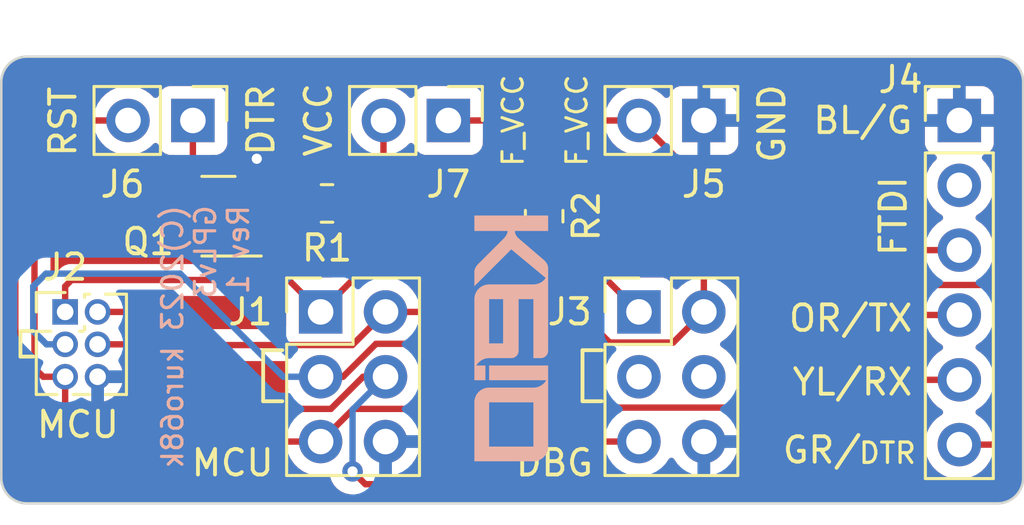
<source format=kicad_pcb>
(kicad_pcb (version 20221018) (generator pcbnew)
  (title_block (title "PDI/FTDI Debug Adapter") (rev "1") (comment 1 "(C) 2023 kuro68k") (comment 2 "Licence: GPLv3"))
  (layers (0 "F.Cu" signal) (31 "B.Cu" signal) (34 "B.Paste" user) (35 "F.Paste" user) (36 "B.SilkS" user "B.Silkscreen") (37 "F.SilkS" user "F.Silkscreen") (38 "B.Mask" user) (39 "F.Mask" user) (44 "Edge.Cuts" user))
  (net 0 "")
  (net 1 "/PDI_DAT")
  (net 2 "/VCC")
  (net 3 "/MCU_RX")
  (net 4 "/MCU_TX")
  (net 5 "/PDI_CLK")
  (net 6 "/GND")
  (net 8 "/FTDI_VCC")
  (net 9 "/DTR")
  (net 12 "Net-(J6-Pin_1)")
  (net 13 "Net-(Q1-G)")
  (footprint "Connector_PinHeader_2.54mm:PinHeader_2x03_P2.54mm_Vertical" (layer "F.Cu") (at 115 52.5)
    (fp_text reference "J1" (at -2.75 0) (layer "F.SilkS"))
    (fp_text value "2.54")
    (fp_line (start -1.33 -1.33) (end 0 -1.33) (stroke (width 0.12)) (layer "F.SilkS"))
    (fp_line (start -1.33 0) (end -1.33 -1.33) (stroke (width 0.12)) (layer "F.SilkS"))
    (fp_line (start -1.33 1.27) (end -1.33 6.41) (stroke (width 0.12)) (layer "F.SilkS"))
    (fp_line (start -1.33 1.27) (end 1.27 1.27) (stroke (width 0.12)) (layer "F.SilkS"))
    (fp_line (start -1.33 6.41) (end 3.87 6.41) (stroke (width 0.12)) (layer "F.SilkS"))
    (fp_line (start 1.27 -1.33) (end 3.87 -1.33) (stroke (width 0.12)) (layer "F.SilkS"))
    (fp_line (start 1.27 1.27) (end 1.27 -1.33) (stroke (width 0.12)) (layer "F.SilkS"))
    (fp_line (start 3.87 -1.33) (end 3.87 6.41) (stroke (width 0.12)) (layer "F.SilkS"))
    (pad "1" thru_hole rect (at 0 0) (size 1.7 1.7) (drill 1) (layers "*.Cu" "*.Mask") (net 1 "/PDI_DAT"))
    (pad "2" thru_hole oval (at 2.54 0) (size 1.7 1.7) (drill 1) (layers "*.Cu" "*.Mask") (net 2 "/VCC"))
    (pad "3" thru_hole oval (at 0 2.54) (size 1.7 1.7) (drill 1) (layers "*.Cu" "*.Mask") (net 3 "/MCU_RX"))
    (pad "4" thru_hole oval (at 2.54 2.54) (size 1.7 1.7) (drill 1) (layers "*.Cu" "*.Mask") (net 4 "/MCU_TX"))
    (pad "5" thru_hole oval (at 0 5.08) (size 1.7 1.7) (drill 1) (layers "*.Cu" "*.Mask") (net 5 "/PDI_CLK"))
    (pad "6" thru_hole oval (at 2.54 5.08) (size 1.7 1.7) (drill 1) (layers "*.Cu" "*.Mask") (net 6 "/GND"))
  )
  (footprint "Connector_PinHeader_2.54mm:PinHeader_1x02_P2.54mm_Vertical" (layer "F.Cu") (at 120 45 -90)
    (fp_text reference "J7" (at 2.5 0 -180) (layer "F.SilkS"))
    (fp_text value "TARGET_PWR")
    (fp_line (start -1.33 -1.33) (end 0 -1.33) (stroke (width 0.12)) (layer "F.SilkS"))
    (fp_line (start -1.33 0) (end -1.33 -1.33) (stroke (width 0.12)) (layer "F.SilkS"))
    (fp_line (start -1.33 1.27) (end -1.33 3.87) (stroke (width 0.12)) (layer "F.SilkS"))
    (fp_line (start -1.33 1.27) (end 1.33 1.27) (stroke (width 0.12)) (layer "F.SilkS"))
    (fp_line (start -1.33 3.87) (end 1.33 3.87) (stroke (width 0.12)) (layer "F.SilkS"))
    (fp_line (start 1.33 1.27) (end 1.33 3.87) (stroke (width 0.12)) (layer "F.SilkS"))
    (pad "1" thru_hole rect (at 0 0 270) (size 1.7 1.7) (drill 1) (layers "*.Cu" "*.Mask") (net 8 "/FTDI_VCC"))
    (pad "2" thru_hole oval (at 0 2.54 270) (size 1.7 1.7) (drill 1) (layers "*.Cu" "*.Mask") (net 2 "/VCC"))
  )
  (footprint "Resistor_SMD:R_0805_2012Metric_Pad1.20x1.40mm_HandSolder" (layer "F.Cu") (at 123.75 48.75 -90)
    (fp_text reference "R2" (at 0 -1.65 90) (layer "F.SilkS"))
    (fp_text value "1k")
    (fp_line (start -0.227064 -0.735) (end 0.227064 -0.735) (stroke (width 0.12)) (layer "F.SilkS"))
    (fp_line (start -0.227064 0.735) (end 0.227064 0.735) (stroke (width 0.12)) (layer "F.SilkS"))
    (pad "1" smd roundrect (at -1 0 270) (size 1.2 1.4) (layers "F.Cu" "F.Paste" "F.Mask") (roundrect_rratio 0.2083333333) (net 9 "/DTR"))
    (pad "2" smd roundrect (at 1 0 270) (size 1.2 1.4) (layers "F.Cu" "F.Paste" "F.Mask") (roundrect_rratio 0.2083333333) (net 13 "Net-(Q1-G)"))
  )
  (footprint "Package_TO_SOT_SMD:SOT-23" (layer "F.Cu") (at 111 48.75 180)
    (fp_text reference "Q1" (at 2.75 -1) (layer "F.SilkS"))
    (fp_text value "BSS138")
    (fp_line (start 0 -1.56) (end -1.675 -1.56) (stroke (width 0.12)) (layer "F.SilkS"))
    (fp_line (start 0 -1.56) (end 0.65 -1.56) (stroke (width 0.12)) (layer "F.SilkS"))
    (fp_line (start 0 1.56) (end -0.65 1.56) (stroke (width 0.12)) (layer "F.SilkS"))
    (fp_line (start 0 1.56) (end 0.65 1.56) (stroke (width 0.12)) (layer "F.SilkS"))
    (pad "1" smd roundrect (at -0.9375 -0.95 180) (size 1.475 0.6) (layers "F.Cu" "F.Paste" "F.Mask") (net 13 "Net-(Q1-G)"))
    (pad "2" smd roundrect (at -0.9375 0.95 180) (size 1.475 0.6) (layers "F.Cu" "F.Paste" "F.Mask") (net 6 "/GND"))
    (pad "3" smd roundrect (at 0.9375 0 180) (size 1.475 0.6) (layers "F.Cu" "F.Paste" "F.Mask") (net 12 "Net-(J6-Pin_1)"))
  )
  (footprint "Resistor_SMD:R_0805_2012Metric_Pad1.20x1.40mm_HandSolder" (layer "F.Cu") (at 115.25 48.25 180)
    (fp_text reference "R1" (at 0 -1.75) (layer "F.SilkS"))
    (fp_text value "100k")
    (fp_line (start -0.227064 -0.735) (end 0.227064 -0.735) (stroke (width 0.12)) (layer "F.SilkS"))
    (fp_line (start -0.227064 0.735) (end 0.227064 0.735) (stroke (width 0.12)) (layer "F.SilkS"))
    (pad "1" smd roundrect (at -1 0 180) (size 1.2 1.4) (layers "F.Cu" "F.Paste" "F.Mask") (roundrect_rratio 0.2083333333) (net 2 "/VCC"))
    (pad "2" smd roundrect (at 1 0 180) (size 1.2 1.4) (layers "F.Cu" "F.Paste" "F.Mask") (roundrect_rratio 0.2083333333) (net 12 "Net-(J6-Pin_1)"))
  )
  (footprint "Connector_PinHeader_2.54mm:PinHeader_1x02_P2.54mm_Vertical" (layer "F.Cu") (at 130 45 -90)
    (fp_text reference "J5" (at 2.5 0 -180) (layer "F.SilkS"))
    (fp_text value "FTDI_VCC")
    (fp_line (start -1.33 -1.33) (end 0 -1.33) (stroke (width 0.12)) (layer "F.SilkS"))
    (fp_line (start -1.33 0) (end -1.33 -1.33) (stroke (width 0.12)) (layer "F.SilkS"))
    (fp_line (start -1.33 1.27) (end -1.33 3.87) (stroke (width 0.12)) (layer "F.SilkS"))
    (fp_line (start -1.33 1.27) (end 1.33 1.27) (stroke (width 0.12)) (layer "F.SilkS"))
    (fp_line (start -1.33 3.87) (end 1.33 3.87) (stroke (width 0.12)) (layer "F.SilkS"))
    (fp_line (start 1.33 1.27) (end 1.33 3.87) (stroke (width 0.12)) (layer "F.SilkS"))
    (pad "1" thru_hole rect (at 0 0 270) (size 1.7 1.7) (drill 1) (layers "*.Cu" "*.Mask") (net 6 "/GND"))
    (pad "2" thru_hole oval (at 0 2.54 270) (size 1.7 1.7) (drill 1) (layers "*.Cu" "*.Mask") (net 8 "/FTDI_VCC"))
  )
  (footprint "Connector_PinHeader_2.54mm:PinHeader_1x02_P2.54mm_Vertical" (layer "F.Cu") (at 110 45 -90)
    (fp_text reference "J6" (at 2.5 2.75 -180) (layer "F.SilkS"))
    (fp_text value "DTR_RST")
    (fp_line (start -1.33 -1.33) (end 0 -1.33) (stroke (width 0.12)) (layer "F.SilkS"))
    (fp_line (start -1.33 0) (end -1.33 -1.33) (stroke (width 0.12)) (layer "F.SilkS"))
    (fp_line (start -1.33 1.27) (end -1.33 3.87) (stroke (width 0.12)) (layer "F.SilkS"))
    (fp_line (start -1.33 1.27) (end 1.33 1.27) (stroke (width 0.12)) (layer "F.SilkS"))
    (fp_line (start -1.33 3.87) (end 1.33 3.87) (stroke (width 0.12)) (layer "F.SilkS"))
    (fp_line (start 1.33 1.27) (end 1.33 3.87) (stroke (width 0.12)) (layer "F.SilkS"))
    (pad "1" thru_hole rect (at 0 0 270) (size 1.7 1.7) (drill 1) (layers "*.Cu" "*.Mask") (net 12 "Net-(J6-Pin_1)"))
    (pad "2" thru_hole oval (at 0 2.54 270) (size 1.7 1.7) (drill 1) (layers "*.Cu" "*.Mask") (net 5 "/PDI_CLK"))
  )
  (footprint "Connector_PinHeader_1.27mm:PinHeader_2x03_P1.27mm_Vertical" (layer "F.Cu") (at 105 52.5)
    (fp_text reference "J2" (at 0 -1.75) (layer "F.SilkS"))
    (fp_text value "1.27")
    (fp_line (start -1.13 -0.76) (end 0 -0.76) (stroke (width 0.12)) (layer "F.SilkS"))
    (fp_line (start -1.13 0) (end -1.13 -0.76) (stroke (width 0.12)) (layer "F.SilkS"))
    (fp_line (start -1.13 0.76) (end -1.13 3.235) (stroke (width 0.12)) (layer "F.SilkS"))
    (fp_line (start -1.13 0.76) (end -0.563471 0.76) (stroke (width 0.12)) (layer "F.SilkS"))
    (fp_line (start -1.13 3.235) (end -0.30753 3.235) (stroke (width 0.12)) (layer "F.SilkS"))
    (fp_line (start 0.30753 3.235) (end 0.96247 3.235) (stroke (width 0.12)) (layer "F.SilkS"))
    (fp_line (start 0.563471 0.76) (end 0.706529 0.76) (stroke (width 0.12)) (layer "F.SilkS"))
    (fp_line (start 0.76 -0.695) (end 0.96247 -0.695) (stroke (width 0.12)) (layer "F.SilkS"))
    (fp_line (start 0.76 -0.563471) (end 0.76 -0.695) (stroke (width 0.12)) (layer "F.SilkS"))
    (fp_line (start 0.76 0.706529) (end 0.76 0.563471) (stroke (width 0.12)) (layer "F.SilkS"))
    (fp_line (start 1.57753 -0.695) (end 2.4 -0.695) (stroke (width 0.12)) (layer "F.SilkS"))
    (fp_line (start 1.57753 3.235) (end 2.4 3.235) (stroke (width 0.12)) (layer "F.SilkS"))
    (fp_line (start 2.4 -0.695) (end 2.4 3.235) (stroke (width 0.12)) (layer "F.SilkS"))
    (pad "1" thru_hole rect (at 0 0) (size 1 1) (drill 0.65) (layers "*.Cu" "*.Mask") (net 1 "/PDI_DAT"))
    (pad "2" thru_hole oval (at 1.27 0) (size 1 1) (drill 0.65) (layers "*.Cu" "*.Mask") (net 2 "/VCC"))
    (pad "3" thru_hole oval (at 0 1.27) (size 1 1) (drill 0.65) (layers "*.Cu" "*.Mask") (net 3 "/MCU_RX"))
    (pad "4" thru_hole oval (at 1.27 1.27) (size 1 1) (drill 0.65) (layers "*.Cu" "*.Mask") (net 4 "/MCU_TX"))
    (pad "5" thru_hole oval (at 0 2.54) (size 1 1) (drill 0.65) (layers "*.Cu" "*.Mask") (net 5 "/PDI_CLK"))
    (pad "6" thru_hole oval (at 1.27 2.54) (size 1 1) (drill 0.65) (layers "*.Cu" "*.Mask") (net 6 "/GND"))
  )
  (footprint "Connector_PinHeader_2.54mm:PinHeader_1x06_P2.54mm_Vertical" (layer "F.Cu") (at 140 45)
    (fp_text reference "J4" (at -2.3 -1.6) (layer "F.SilkS"))
    (fp_text value "FTDI")
    (fp_line (start -1.33 -1.33) (end 0 -1.33) (stroke (width 0.12)) (layer "F.SilkS"))
    (fp_line (start -1.33 0) (end -1.33 -1.33) (stroke (width 0.12)) (layer "F.SilkS"))
    (fp_line (start -1.33 1.27) (end -1.33 14.03) (stroke (width 0.12)) (layer "F.SilkS"))
    (fp_line (start -1.33 1.27) (end 1.33 1.27) (stroke (width 0.12)) (layer "F.SilkS"))
    (fp_line (start -1.33 14.03) (end 1.33 14.03) (stroke (width 0.12)) (layer "F.SilkS"))
    (fp_line (start 1.33 1.27) (end 1.33 14.03) (stroke (width 0.12)) (layer "F.SilkS"))
    (pad "1" thru_hole rect (at 0 0) (size 1.7 1.7) (drill 1) (layers "*.Cu" "*.Mask") (net 6 "/GND"))
    (pad "2" thru_hole oval (at 0 2.54) (size 1.7 1.7) (drill 1) (layers "*.Cu" "*.Mask"))
    (pad "3" thru_hole oval (at 0 5.08) (size 1.7 1.7) (drill 1) (layers "*.Cu" "*.Mask") (net 8 "/FTDI_VCC"))
    (pad "4" thru_hole oval (at 0 7.62) (size 1.7 1.7) (drill 1) (layers "*.Cu" "*.Mask") (net 3 "/MCU_RX"))
    (pad "5" thru_hole oval (at 0 10.16) (size 1.7 1.7) (drill 1) (layers "*.Cu" "*.Mask") (net 4 "/MCU_TX"))
    (pad "6" thru_hole oval (at 0 12.7) (size 1.7 1.7) (drill 1) (layers "*.Cu" "*.Mask") (net 9 "/DTR"))
  )
  (footprint "Connector_PinHeader_2.54mm:PinHeader_2x03_P2.54mm_Vertical" (layer "F.Cu") (at 127.46 52.5)
    (fp_text reference "J3" (at -2.71 0) (layer "F.SilkS"))
    (fp_text value "PROG")
    (fp_line (start -1.33 -1.33) (end 0 -1.33) (stroke (width 0.12)) (layer "F.SilkS"))
    (fp_line (start -1.33 0) (end -1.33 -1.33) (stroke (width 0.12)) (layer "F.SilkS"))
    (fp_line (start -1.33 1.27) (end -1.33 6.41) (stroke (width 0.12)) (layer "F.SilkS"))
    (fp_line (start -1.33 1.27) (end 1.27 1.27) (stroke (width 0.12)) (layer "F.SilkS"))
    (fp_line (start -1.33 6.41) (end 3.87 6.41) (stroke (width 0.12)) (layer "F.SilkS"))
    (fp_line (start 1.27 -1.33) (end 3.87 -1.33) (stroke (width 0.12)) (layer "F.SilkS"))
    (fp_line (start 1.27 1.27) (end 1.27 -1.33) (stroke (width 0.12)) (layer "F.SilkS"))
    (fp_line (start 3.87 -1.33) (end 3.87 6.41) (stroke (width 0.12)) (layer "F.SilkS"))
    (pad "1" thru_hole rect (at 0 0) (size 1.7 1.7) (drill 1) (layers "*.Cu" "*.Mask") (net 1 "/PDI_DAT"))
    (pad "2" thru_hole oval (at 2.54 0) (size 1.7 1.7) (drill 1) (layers "*.Cu" "*.Mask") (net 2 "/VCC"))
    (pad "3" thru_hole oval (at 0 2.54) (size 1.7 1.7) (drill 1) (layers "*.Cu" "*.Mask"))
    (pad "4" thru_hole oval (at 2.54 2.54) (size 1.7 1.7) (drill 1) (layers "*.Cu" "*.Mask"))
    (pad "5" thru_hole oval (at 0 5.08) (size 1.7 1.7) (drill 1) (layers "*.Cu" "*.Mask") (net 5 "/PDI_CLK"))
    (pad "6" thru_hole oval (at 2.54 5.08) (size 1.7 1.7) (drill 1) (layers "*.Cu" "*.Mask") (net 6 "/GND"))
  )
  (gr_poly (pts (xy 123.327566 58.353222) (xy 123.357375 58.352473) (xy 123.386783 58.350251) (xy 123.415753 58.346591) (xy 123.444251 58.341529) (xy 123.47224 58.3351) (xy 123.499685 58.327341) (xy 123.52655 58.318287) (xy 123.552799 58.307973) (xy 123.578397 58.296437) (xy 123.603308 58.283712) (xy 123.627495 58.269836) (xy 123.650924 58.254844) (xy 123.673559 58.238771) (xy 123.695363 58.221654) (xy 123.716302 58.203528) (xy 123.736338 58.184428) (xy 123.755438 58.164391) (xy 123.773564 58.143453) (xy 123.790681 58.121648) (xy 123.806754 58.099014) (xy 123.821746 58.075585) (xy 123.835622 58.051397) (xy 123.848346 58.026486) (xy 123.859883 58.000889) (xy 123.870196 57.974639) (xy 123.87925 57.947774) (xy 123.887009 57.920329) (xy 123.893438 57.89234) (xy 123.8985 57.863842) (xy 123.90216 57.834872) (xy 123.904382 57.805465) (xy 123.905131 57.775656) (xy 123.905131 54.599046) (xy 121.59487 54.599046) (xy 121.59487 55.176611) (xy 123.829326 55.176611) (xy 123.809654 55.208392) (xy 123.78801 55.238739) (xy 123.764483 55.267567) (xy 123.739161 55.294791) (xy 123.712133 55.320325) (xy 123.683487 55.344085) (xy 123.653313 55.365986) (xy 123.621699 55.385942) (xy 123.588733 55.403869) (xy 123.554503 55.419682) (xy 123.5191 55.433295) (xy 123.482611 55.444624) (xy 123.445124 55.453583) (xy 123.406729 55.460088) (xy 123.367513 55.464053) (xy 123.327566 55.465394) (xy 121.59487 55.465394) (xy 121.59487 56.042959) (xy 123.327566 56.042959) (xy 123.327566 57.775656) (xy 121.59487 57.775656) (xy 121.59487 56.042959) (xy 121.59487 55.465394) (xy 121.565061 55.466143) (xy 121.535654 55.468365) (xy 121.506684 55.472025) (xy 121.478186 55.477087) (xy 121.450197 55.483516) (xy 121.422752 55.491275) (xy 121.395887 55.500329) (xy 121.369638 55.510643) (xy 121.34404 55.522179) (xy 121.31913 55.534903) (xy 121.294942 55.54878) (xy 121.271513 55.563772) (xy 121.248878 55.579844) (xy 121.227074 55.596962) (xy 121.206135 55.615088) (xy 121.186099 55.634187) (xy 121.166999 55.654224) (xy 121.148873 55.675163) (xy 121.131756 55.696967) (xy 121.115683 55.719602) (xy 121.100691 55.743031) (xy 121.086815 55.767219) (xy 121.07409 55.792129) (xy 121.062554 55.817727) (xy 121.05224 55.843976) (xy 121.043186 55.870841) (xy 121.035427 55.898286) (xy 121.028998 55.926275) (xy 121.023936 55.954773) (xy 121.020276 55.983744) (xy 121.018054 56.013151) (xy 121.017305 56.042959) (xy 121.017305 58.353222)) (fill solid) (layer "B.SilkS"))
  (gr_poly (pts (xy 122.316826 49.328763) (xy 122.316412 49.342295) (xy 122.315204 49.355801) (xy 122.313257 49.369254) (xy 122.310622 49.382628) (xy 122.307352 49.395896) (xy 122.303501 49.409032) (xy 122.299121 49.422009) (xy 122.294265 49.434801) (xy 122.288986 49.447381) (xy 122.283337 49.459724) (xy 122.27737 49.471802) (xy 122.27114 49.483589) (xy 122.264697 49.495059) (xy 122.258096 49.506186) (xy 122.24463 49.527301) (xy 122.231164 49.546725) (xy 122.218121 49.564245) (xy 122.205924 49.57965) (xy 122.194996 49.592729) (xy 122.178639 49.61106) (xy 122.172435 49.617546) (xy 121.161696 50.628288) (xy 121.148578 50.64182) (xy 121.13628 50.655326) (xy 121.124774 50.668779) (xy 121.114036 50.682153) (xy 121.104038 50.695421) (xy 121.094753 50.708557) (xy 121.086156 50.721534) (xy 121.07822 50.734326) (xy 121.070919 50.746906) (xy 121.064225 50.759249) (xy 121.058113 50.771327) (xy 121.052557 50.783114) (xy 121.047529 50.794584) (xy 121.043004 50.805711) (xy 121.035354 50.826826) (xy 121.029396 50.84625) (xy 121.024919 50.86377) (xy 121.021711 50.879175) (xy 121.019561 50.892254) (xy 121.018257 50.902794) (xy 121.017587 50.910585) (xy 121.017305 50.917071) (xy 121.017305 51.494636) (xy 122.461219 50.050722) (xy 123.807669 51.167951) (xy 123.807669 51.16975) (xy 123.787403 51.197898) (xy 123.7655 51.224703) (xy 123.742033 51.250101) (xy 123.717074 51.274026) (xy 123.690695 51.296412) (xy 123.662968 51.317195) (xy 123.633968 51.336308) (xy 123.603765 51.353687) (xy 123.572432 51.369266) (xy 123.540043 51.38298) (xy 123.506669 51.394763) (xy 123.472383 51.404551) (xy 123.437257 51.412277) (xy 123.401364 51.417877) (xy 123.364776 51.421285) (xy 123.327566 51.422435) (xy 121.59487 51.422435) (xy 121.59487 52.000001) (xy 122.141752 52.000001) (xy 122.141752 53.732697) (xy 121.59487 53.732697) (xy 121.59487 52.000001) (xy 121.59487 51.422435) (xy 121.565069 51.423184) (xy 121.535668 51.425407) (xy 121.506703 51.429068) (xy 121.478211 51.434132) (xy 121.450225 51.440562) (xy 121.422784 51.448324) (xy 121.395921 51.45738) (xy 121.369674 51.467696) (xy 121.344077 51.479235) (xy 121.319167 51.491962) (xy 121.29498 51.505841) (xy 121.27155 51.520836) (xy 121.248915 51.536911) (xy 121.227109 51.554031) (xy 121.206169 51.572159) (xy 121.18613 51.591261) (xy 121.167029 51.611299) (xy 121.1489 51.632239) (xy 121.131781 51.654045) (xy 121.115705 51.67668) (xy 121.10071 51.70011) (xy 121.086832 51.724297) (xy 121.074105 51.749207) (xy 121.062566 51.774804) (xy 121.05225 51.801052) (xy 121.043194 51.827914) (xy 121.035432 51.855356) (xy 121.029002 51.883341) (xy 121.023938 51.911834) (xy 121.020277 51.940799) (xy 121.018054 51.970199) (xy 121.017305 52) (xy 121.017305 55.17661) (xy 121.450479 55.17661) (xy 121.450479 54.599045) (xy 121.096719 54.599045) (xy 121.11641 54.567456) (xy 121.138003 54.537251) (xy 121.161417 54.508522) (xy 121.186571 54.481357) (xy 121.213386 54.455848) (xy 121.241779 54.432083) (xy 121.271672 54.410154) (xy 121.302983 54.390151) (xy 121.335632 54.372163) (xy 121.369538 54.356281) (xy 121.404621 54.342596) (xy 121.4408 54.331196) (xy 121.477995 54.322173) (xy 121.516126 54.315616) (xy 121.555111 54.311615) (xy 121.59487 54.310262) (xy 122.432339 54.310262) (xy 122.434157 54.310424) (xy 122.435964 54.310545) (xy 122.43955 54.310678) (xy 122.443116 54.310695) (xy 122.446677 54.310631) (xy 122.453855 54.310401) (xy 122.457504 54.310302) (xy 122.461217 54.310262) (xy 122.476121 54.309888) (xy 122.490825 54.308776) (xy 122.50531 54.306946) (xy 122.519559 54.304415) (xy 122.533554 54.301201) (xy 122.547276 54.297321) (xy 122.560708 54.292794) (xy 122.573833 54.287638) (xy 122.586632 54.281869) (xy 122.599087 54.275507) (xy 122.611181 54.268569) (xy 122.622896 54.261073) (xy 122.634213 54.253037) (xy 122.645115 54.244478) (xy 122.655584 54.235415) (xy 122.665603 54.225865) (xy 122.675152 54.215847) (xy 122.684215 54.205378) (xy 122.692774 54.194476) (xy 122.70081 54.183158) (xy 122.708307 54.171444) (xy 122.715245 54.15935) (xy 122.721607 54.146895) (xy 122.727375 54.134096) (xy 122.732532 54.120971) (xy 122.737059 54.107539) (xy 122.740938 54.093816) (xy 122.744153 54.079822) (xy 122.746684 54.065573) (xy 122.748514 54.051087) (xy 122.749625 54.036384) (xy 122.75 54.021479) (xy 122.75 52) (xy 123.327564 52) (xy 123.327564 54.310262) (xy 123.587468 54.310262) (xy 123.589287 54.310424) (xy 123.591093 54.310545) (xy 123.59468 54.310678) (xy 123.598246 54.310695) (xy 123.601807 54.310631) (xy 123.608984 54.310401) (xy 123.612634 54.310302) (xy 123.616347 54.310262) (xy 123.631251 54.309888) (xy 123.645955 54.308776) (xy 123.66044 54.306946) (xy 123.674689 54.304415) (xy 123.688683 54.301201) (xy 123.702406 54.297321) (xy 123.715838 54.292794) (xy 123.728963 54.287638) (xy 123.741762 54.281869) (xy 123.754217 54.275507) (xy 123.766311 54.268569) (xy 123.778025 54.261073) (xy 123.789343 54.253037) (xy 123.800245 54.244478) (xy 123.810714 54.235415) (xy 123.820732 54.225865) (xy 123.830282 54.215847) (xy 123.839345 54.205378) (xy 123.847904 54.194476) (xy 123.85594 54.183158) (xy 123.863436 54.171444) (xy 123.870374 54.15935) (xy 123.876737 54.146895) (xy 123.882505 54.134096) (xy 123.887662 54.120971) (xy 123.892189 54.107539) (xy 123.896068 54.093816) (xy 123.899283 54.079822) (xy 123.901814 54.065573) (xy 123.903644 54.051087) (xy 123.904755 54.036384) (xy 123.905129 54.021479) (xy 123.905129 50.772674) (xy 123.904715 50.758506) (xy 123.903508 50.744446) (xy 123.90156 50.730515) (xy 123.898925 50.716736) (xy 123.895655 50.703132) (xy 123.891804 50.689725) (xy 123.887424 50.676537) (xy 123.882568 50.663591) (xy 123.877289 50.650909) (xy 123.87164 50.638514) (xy 123.865674 50.626429) (xy 123.859443 50.614675) (xy 123.853001 50.603276) (xy 123.8464 50.592254) (xy 123.832934 50.571429) (xy 123.819467 50.55238) (xy 123.806424 50.535289) (xy 123.794227 50.520333) (xy 123.783299 50.507694) (xy 123.766942 50.490082) (xy 123.760738 50.483892) (xy 122.75 49.617544) (xy 122.735945 49.605023) (xy 122.722828 49.5924) (xy 122.710618 49.579709) (xy 122.699282 49.56698) (xy 122.688787 49.554248) (xy 122.679102 49.541545) (xy 122.670194 49.528904) (xy 122.662031 49.516357) (xy 122.654581 49.503938) (xy 122.64781 49.491679) (xy 122.641688 49.479612) (xy 122.636181 49.467771) (xy 122.631257 49.456188) (xy 122.626885 49.444897) (xy 122.623031 49.433929) (xy 122.619664 49.423317) (xy 122.61426 49.403296) (xy 122.610415 49.385093) (xy 122.60787 49.368972) (xy 122.606367 49.355195) (xy 122.605648 49.344023) (xy 122.605454 49.335719) (xy 122.605608 49.328761) (xy 123.905131 49.328761) (xy 123.905131 48.722317) (xy 121.017305 48.722317) (xy 121.017303 48.72232) (xy 121.017303 49.328763)) (fill solid) (layer "B.SilkS"))
  (gr_line (start 126 54) (end 125.25 54) (stroke (width 0.15)) (layer "F.SilkS"))
  (gr_line (start 125.25 54) (end 125.25 56) (stroke (width 0.15)) (layer "F.SilkS"))
  (gr_line (start 103.75 53.25) (end 103.25 53.25) (stroke (width 0.15)) (layer "F.SilkS"))
  (gr_line (start 125.25 56) (end 126 56) (stroke (width 0.15)) (layer "F.SilkS"))
  (gr_line (start 103.25 53.25) (end 103.25 54.25) (stroke (width 0.15)) (layer "F.SilkS"))
  (gr_line (start 113.5 54) (end 112.75 54) (stroke (width 0.15)) (layer "F.SilkS"))
  (gr_line (start 112.75 56) (end 113.5 56) (stroke (width 0.15)) (layer "F.SilkS"))
  (gr_line (start 103.25 54.25) (end 103.75 54.25) (stroke (width 0.15)) (layer "F.SilkS"))
  (gr_line (start 112.75 54) (end 112.75 56) (stroke (width 0.15)) (layer "F.SilkS"))
  (gr_line (start 141.5 42.5) (end 103.5 42.5) (stroke (width 0.1)) (layer "Edge.Cuts"))
  (gr_line (start 142.5 59) (end 142.5 43.5) (stroke (width 0.1)) (layer "Edge.Cuts"))
  (gr_line (start 102.5 43.5) (end 102.5 59) (stroke (width 0.1)) (layer "Edge.Cuts"))
  (gr_arc (start 141.5 42.5) (mid 142.207107 42.792893) (end 142.5 43.5) (stroke (width 0.1)) (layer "Edge.Cuts"))
  (gr_arc (start 103.5 60) (mid 102.792893 59.707107) (end 102.5 59) (stroke (width 0.1)) (layer "Edge.Cuts"))
  (gr_arc (start 142.5 59) (mid 142.207107 59.707107) (end 141.5 60) (stroke (width 0.1)) (layer "Edge.Cuts"))
  (gr_line (start 103.5 60) (end 141.5 60) (stroke (width 0.1)) (layer "Edge.Cuts"))
  (gr_arc (start 102.5 43.5) (mid 102.792893 42.792893) (end 103.5 42.5) (stroke (width 0.1)) (layer "Edge.Cuts"))
  (gr_text "(C)2023 kuro68k\nGPLv3\nRev 1" (at 112.25 48.25 90) (layer "B.SilkS") (effects (font (size 0.8 0.8) (thickness 0.125)) (justify left bottom mirror)))
  (gr_text "DTR" (at 136 58.5) (layer "F.SilkS") (effects (font (size 0.8 0.8) (thickness 0.125)) (justify left bottom)))
  (gr_text "DTR" (at 113.25 43.5 90) (layer "F.SilkS") (effects (font (size 1 1)) (justify right bottom)))
  (gr_text "GND" (at 133.25 43.5 90) (layer "F.SilkS") (effects (font (size 1 1)) (justify right bottom)))
  (gr_text "GR/" (at 133 58.5) (layer "F.SilkS") (effects (font (size 1 1)) (justify left bottom)))
  (gr_text "FTDI" (at 138 48.75 90) (layer "F.SilkS") (effects (font (size 1 1)) (justify bottom)))
  (gr_text "RST" (at 105.5 46.5 90) (layer "F.SilkS") (effects (font (size 1 1)) (justify left bottom)))
  (gr_text "MCU" (at 105.5 57.5) (layer "F.SilkS") (effects (font (size 1 1)) (justify bottom)))
  (gr_text "DBG" (at 125.75 59) (layer "F.SilkS") (effects (font (size 1 1)) (justify right bottom)))
  (gr_text "F_VCC" (at 123 45 90) (layer "F.SilkS") (effects (font (size 0.8 0.8) (thickness 0.12)) (justify bottom)))
  (gr_text "BL/G" (at 138.25 45) (layer "F.SilkS") (effects (font (size 1 1)) (justify right)))
  (gr_text "YL/RX" (at 138.25 55.25) (layer "F.SilkS") (effects (font (size 1 1)) (justify right)))
  (gr_text "F_VCC" (at 125.5 45 90) (layer "F.SilkS") (effects (font (size 0.8 0.8) (thickness 0.12)) (justify bottom)))
  (gr_text "VCC" (at 115.5 46.5 90) (layer "F.SilkS") (effects (font (size 1 1)) (justify left bottom)))
  (gr_text "MCU" (at 113.25 59) (layer "F.SilkS") (effects (font (size 1 1)) (justify right bottom)))
  (gr_text "OR/TX" (at 138.25 52.75) (layer "F.SilkS") (effects (font (size 1 1)) (justify right)))
  (segment (start 105 52.5) (end 105 51.5) (width 0.25) (layer "F.Cu") (net 1))
  (segment (start 105.25 51.25) (end 113.75 51.25) (width 0.25) (layer "F.Cu") (net 1))
  (segment (start 116.75 50.75) (end 125.71 50.75) (width 0.25) (layer "F.Cu") (net 1))
  (segment (start 115 52.5) (end 116.75 50.75) (width 0.25) (layer "F.Cu") (net 1))
  (segment (start 125.71 50.75) (end 127.46 52.5) (width 0.25) (layer "F.Cu") (net 1))
  (segment (start 105 51.5) (end 105.25 51.25) (width 0.25) (layer "F.Cu") (net 1))
  (segment (start 113.75 51.25) (end 115 52.5) (width 0.25) (layer "F.Cu") (net 1))
  (segment (start 128.8 53.7) (end 126.31 53.7) (width 0.25) (layer "F.Cu") (net 2))
  (segment (start 130 52.5) (end 130 51) (width 0.25) (layer "F.Cu") (net 2))
  (segment (start 125.11 52.5) (end 117.54 52.5) (width 0.25) (layer "F.Cu") (net 2))
  (segment (start 108.1 52.5) (end 106.27 52.5) (width 0.25) (layer "F.Cu") (net 2))
  (segment (start 130 52.5) (end 128.8 53.7) (width 0.25) (layer "F.Cu") (net 2))
  (segment (start 117.46 48.25) (end 117.46 45) (width 0.25) (layer "F.Cu") (net 2))
  (segment (start 126.31 53.7) (end 125.11 52.5) (width 0.25) (layer "F.Cu") (net 2))
  (segment (start 117.75 48.75) (end 117.46 48.46) (width 0.25) (layer "F.Cu") (net 2))
  (segment (start 116.24 53.8) (end 109.4 53.8) (width 0.25) (layer "F.Cu") (net 2))
  (segment (start 117.46 48.46) (end 117.46 48.25) (width 0.25) (layer "F.Cu") (net 2))
  (segment (start 130 51) (end 127.75 48.75) (width 0.25) (layer "F.Cu") (net 2))
  (segment (start 109.4 53.8) (end 108.1 52.5) (width 0.25) (layer "F.Cu") (net 2))
  (segment (start 117.54 52.5) (end 116.24 53.8) (width 0.25) (layer "F.Cu") (net 2))
  (segment (start 116.25 48.25) (end 117.46 48.25) (width 0.25) (layer "F.Cu") (net 2))
  (segment (start 127.75 48.75) (end 117.75 48.75) (width 0.25) (layer "F.Cu") (net 2))
  (segment (start 115 55.04) (end 115.878299 55.04) (width 0.25) (layer "F.Cu") (net 3))
  (segment (start 137.63 52.62) (end 140 52.62) (width 0.25) (layer "F.Cu") (net 3))
  (segment (start 117.168299 53.75) (end 123.75 53.75) (width 0.25) (layer "F.Cu") (net 3))
  (segment (start 123.75 53.75) (end 126.25 56.25) (width 0.25) (layer "F.Cu") (net 3))
  (segment (start 126.25 56.25) (end 134 56.25) (width 0.25) (layer "F.Cu") (net 3))
  (segment (start 134 56.25) (end 137.63 52.62) (width 0.25) (layer "F.Cu") (net 3))
  (segment (start 115.878299 55.04) (end 117.168299 53.75) (width 0.25) (layer "F.Cu") (net 3))
  (segment (start 109.5 51) (end 113.54 55.04) (width 0.25) (layer "B.Cu") (net 3))
  (segment (start 104.25 51) (end 109.5 51) (width 0.25) (layer "B.Cu") (net 3))
  (segment (start 103.75 51.5) (end 104.25 51) (width 0.25) (layer "B.Cu") (net 3))
  (segment (start 105 53.77) (end 104.27 53.77) (width 0.25) (layer "B.Cu") (net 3))
  (segment (start 104.27 53.77) (end 103.75 53.25) (width 0.25) (layer "B.Cu") (net 3))
  (segment (start 103.75 53.25) (end 103.75 51.5) (width 0.25) (layer "B.Cu") (net 3))
  (segment (start 113.54 55.04) (end 115 55.04) (width 0.25) (layer "B.Cu") (net 3))
  (segment (start 115.401701 56.3) (end 110.6 56.3) (width 0.25) (layer "F.Cu") (net 4))
  (segment (start 110.6 56.3) (end 108.07 53.77) (width 0.25) (layer "F.Cu") (net 4))
  (segment (start 128.75 59.25) (end 116.75 59.25) (width 0.25) (layer "F.Cu") (net 4))
  (segment (start 137.34 55.16) (end 133.25 59.25) (width 0.25) (layer "F.Cu") (net 4))
  (segment (start 117.54 55.04) (end 116.661701 55.04) (width 0.25) (layer "F.Cu") (net 4))
  (segment (start 133.25 59.25) (end 128.75 59.25) (width 0.25) (layer "F.Cu") (net 4))
  (segment (start 108.07 53.77) (end 106.27 53.77) (width 0.25) (layer "F.Cu") (net 4))
  (segment (start 140 55.16) (end 137.34 55.16) (width 0.25) (layer "F.Cu") (net 4))
  (segment (start 116.75 59.25) (end 116.25 58.75) (width 0.25) (layer "F.Cu") (net 4))
  (segment (start 116.661701 55.04) (end 115.401701 56.3) (width 0.25) (layer "F.Cu") (net 4))
  (via (at 116.25 58.75) (size 0.8) (drill 0.4) (layers "F.Cu" "B.Cu") (net 4))
  (segment (start 116.25 58.75) (end 116.25 56.33) (width 0.25) (layer "B.Cu") (net 4))
  (segment (start 116.25 56.33) (end 117.54 55.04) (width 0.25) (layer "B.Cu") (net 4))
  (segment (start 105.83 57.58) (end 105 56.75) (width 0.25) (layer "F.Cu") (net 5))
  (segment (start 103.8 47.3) (end 106.1 45) (width 0.25) (layer "F.Cu") (net 5))
  (segment (start 106.1 45) (end 107.46 45) (width 0.25) (layer "F.Cu") (net 5))
  (segment (start 124.5 56.3) (end 125.78 57.58) (width 0.25) (layer "F.Cu") (net 5))
  (segment (start 105 55.04) (end 104.14 55.04) (width 0.25) (layer "F.Cu") (net 5))
  (segment (start 115 57.58) (end 116.28 56.3) (width 0.25) (layer "F.Cu") (net 5))
  (segment (start 105 56.75) (end 105 55.04) (width 0.25) (layer "F.Cu") (net 5))
  (segment (start 115 57.58) (end 105.83 57.58) (width 0.25) (layer "F.Cu") (net 5))
  (segment (start 103.8 54.7) (end 103.8 47.3) (width 0.25) (layer "F.Cu") (net 5))
  (segment (start 125.78 57.58) (end 127.46 57.58) (width 0.25) (layer "F.Cu") (net 5))
  (segment (start 104.14 55.04) (end 103.8 54.7) (width 0.25) (layer "F.Cu") (net 5))
  (segment (start 116.28 56.3) (end 124.5 56.3) (width 0.25) (layer "F.Cu") (net 5))
  (segment (start 111.9375 47.8) (end 111.9375 47.0625) (width 0.25) (layer "F.Cu") (net 6))
  (segment (start 111.9375 47.0625) (end 112.5 46.5) (width 0.25) (layer "F.Cu") (net 6))
  (via (at 112.5 46.5) (size 0.8) (drill 0.4) (layers "F.Cu" "B.Cu") (net 6))
  (segment (start 140 50.08) (end 132.54 50.08) (width 0.25) (layer "F.Cu") (net 8))
  (segment (start 120 45) (end 127.46 45) (width 0.25) (layer "F.Cu") (net 8))
  (segment (start 132.54 50.08) (end 127.46 45) (width 0.25) (layer "F.Cu") (net 8))
  (segment (start 141.75 57.25) (end 141.75 51.75) (width 0.25) (layer "F.Cu") (net 9))
  (segment (start 140 57.7) (end 141.3 57.7) (width 0.25) (layer "F.Cu") (net 9))
  (segment (start 141.445 51.445) (end 132.195 51.445) (width 0.25) (layer "F.Cu") (net 9))
  (segment (start 132.195 51.445) (end 128.5 47.75) (width 0.25) (layer "F.Cu") (net 9))
  (segment (start 128.5 47.75) (end 123.75 47.75) (width 0.25) (layer "F.Cu") (net 9))
  (segment (start 141.75 51.75) (end 141.445 51.445) (width 0.25) (layer "F.Cu") (net 9))
  (segment (start 141.3 57.7) (end 141.75 57.25) (width 0.25) (layer "F.Cu") (net 9))
  (segment (start 110.0625 48.75) (end 113.75 48.75) (width 0.25) (layer "F.Cu") (net 12))
  (segment (start 113.75 48.75) (end 114.25 48.25) (width 0.25) (layer "F.Cu") (net 12))
  (segment (start 110 48.6875) (end 110 45) (width 0.25) (layer "F.Cu") (net 12))
  (segment (start 110.0625 48.75) (end 110 48.6875) (width 0.25) (layer "F.Cu") (net 12))
  (segment (start 111.9375 49.7) (end 123.7 49.7) (width 0.25) (layer "F.Cu") (net 13))
  (segment (start 123.7 49.7) (end 123.75 49.75) (width 0.25) (layer "F.Cu") (net 13))
  (zone (net 0) (net_name "") (layer "F.Cu") (priority 1) (connect_pads (clearance 0.5)) (min_thickness 0.25) (fill yes (thermal_gap 0.5) (thermal_bridge_width 0.5) (island_removal_mode 1) (island_area_min 10))
    (polygon (pts (xy 142.5 42.5) (xy 142.5 60) (xy 102.5 60) (xy 102.5 42.5)))
  )
  (zone (net 6) (net_name "/GND") (layer "B.Cu") (connect_pads (clearance 0.5)) (min_thickness 0.25) (fill yes (thermal_gap 0.5) (thermal_bridge_width 0.5))
    (polygon (pts (xy 142.5 42.5) (xy 142.5 60) (xy 102.5 60) (xy 102.5 42.5)))
  )
)
</source>
